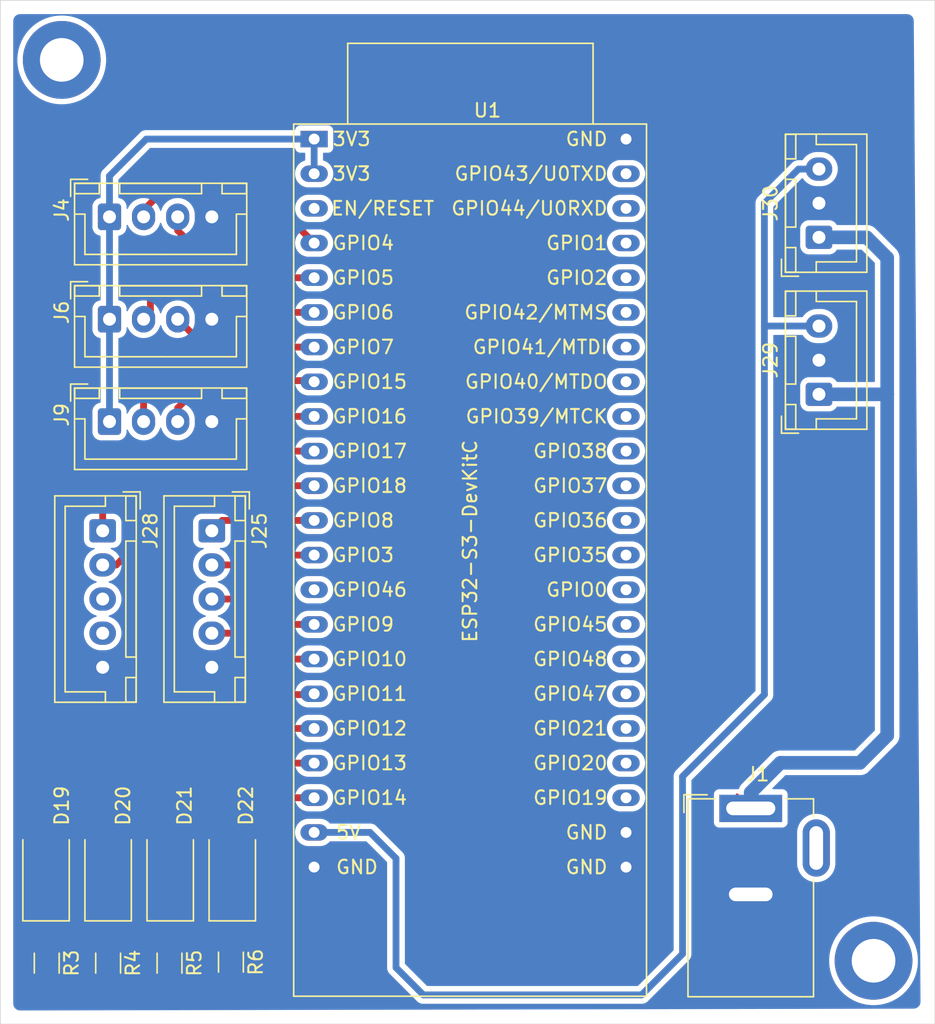
<source format=kicad_pcb>
(kicad_pcb (version 20241229) (generator "pcbnew") (generator_version "9.0")
  (title_block (title "PCB del robot planar (PPP)") (date "13/03/25"))
  (layers (0 "F.Cu" signal) (2 "B.Cu" signal) (13 "F.Paste" user) (15 "B.Paste" user) (5 "F.SilkS" user "F.Silkscreen") (7 "B.SilkS" user "B.Silkscreen") (1 "F.Mask" user) (3 "B.Mask" user) (25 "Edge.Cuts" user))
  (net 0 "")
  (net 1 "Net-(D19-K)")
  (net 2 "L_ENC_1")
  (net 3 "Net-(D20-K)")
  (net 4 "L_ENC_2")
  (net 5 "L_ENC_3")
  (net 6 "Net-(D21-K)")
  (net 7 "Net-(D22-K)")
  (net 8 "L_ROS")
  (net 9 "Earth")
  (net 10 "+12V")
  (net 11 "PH_A01")
  (net 12 "+3.3V")
  (net 13 "PH_B01")
  (net 14 "PH_B02")
  (net 15 "PH_A02")
  (net 16 "PH_B03")
  (net 17 "PH_A03")
  (net 18 "DRVI101")
  (net 19 "DRVI301")
  (net 20 "DRVI401")
  (net 21 "DRVI201")
  (net 22 "DRVI102")
  (net 23 "DRVI202")
  (net 24 "DRVI302")
  (net 25 "DRVI402")
  (net 26 "+5V")
  (footprint "Connector_JST:JST_XH_B5B-XH-A_1x05_P2.50mm_Vertical" (layer "F.Cu") (at 29.5 53 -90)
    (property "Reference" "J25" (at 0 -3.5 90) (layer "F.SilkS"))
    (property "Value" "Conn_01x05")
    (fp_line (start -2.56 3.51) (end 12.56 3.51) (stroke (width 0.12)) (layer "F.SilkS"))
    (fp_line (start 12.56 3.51) (end 12.56 -2.46) (stroke (width 0.12)) (layer "F.SilkS"))
    (fp_line (start -1.8 2.75) (end 5 2.75) (stroke (width 0.12)) (layer "F.SilkS"))
    (fp_line (start 11.8 2.75) (end 5 2.75) (stroke (width 0.12)) (layer "F.SilkS"))
    (fp_line (start -2.55 -0.2) (end -1.8 -0.2) (stroke (width 0.12)) (layer "F.SilkS"))
    (fp_line (start -1.8 -0.2) (end -1.8 2.75) (stroke (width 0.12)) (layer "F.SilkS"))
    (fp_line (start 11.8 -0.2) (end 11.8 2.75) (stroke (width 0.12)) (layer "F.SilkS"))
    (fp_line (start 12.55 -0.2) (end 11.8 -0.2) (stroke (width 0.12)) (layer "F.SilkS"))
    (fp_line (start -2.55 -1.7) (end -0.75 -1.7) (stroke (width 0.12)) (layer "F.SilkS"))
    (fp_line (start -0.75 -1.7) (end -0.75 -2.45) (stroke (width 0.12)) (layer "F.SilkS"))
    (fp_line (start 0.75 -1.7) (end 9.25 -1.7) (stroke (width 0.12)) (layer "F.SilkS"))
    (fp_line (start 9.25 -1.7) (end 9.25 -2.45) (stroke (width 0.12)) (layer "F.SilkS"))
    (fp_line (start 10.75 -1.7) (end 12.55 -1.7) (stroke (width 0.12)) (layer "F.SilkS"))
    (fp_line (start 12.55 -1.7) (end 12.55 -2.45) (stroke (width 0.12)) (layer "F.SilkS"))
    (fp_line (start -2.55 -2.45) (end -2.55 -1.7) (stroke (width 0.12)) (layer "F.SilkS"))
    (fp_line (start -0.75 -2.45) (end -2.55 -2.45) (stroke (width 0.12)) (layer "F.SilkS"))
    (fp_line (start 0.75 -2.45) (end 0.75 -1.7) (stroke (width 0.12)) (layer "F.SilkS"))
    (fp_line (start 9.25 -2.45) (end 0.75 -2.45) (stroke (width 0.12)) (layer "F.SilkS"))
    (fp_line (start 10.75 -2.45) (end 10.75 -1.7) (stroke (width 0.12)) (layer "F.SilkS"))
    (fp_line (start 12.55 -2.45) (end 10.75 -2.45) (stroke (width 0.12)) (layer "F.SilkS"))
    (fp_line (start -2.56 -2.46) (end -2.56 3.51) (stroke (width 0.12)) (layer "F.SilkS"))
    (fp_line (start 12.56 -2.46) (end -2.56 -2.46) (stroke (width 0.12)) (layer "F.SilkS"))
    (fp_line (start -2.85 -2.75) (end -2.85 -1.5) (stroke (width 0.12)) (layer "F.SilkS"))
    (fp_line (start -1.6 -2.75) (end -2.85 -2.75) (stroke (width 0.12)) (layer "F.SilkS"))
    (pad "1" thru_hole roundrect (at 0 0 270) (size 1.7 1.95) (drill 0.95) (layers "*.Cu" "*.Mask") (roundrect_rratio 0.147059) (net 18 "DRVI101"))
    (pad "2" thru_hole oval (at 2.5 0 270) (size 1.7 1.95) (drill 0.95) (layers "*.Cu" "*.Mask") (net 21 "DRVI201"))
    (pad "3" thru_hole oval (at 5 0 270) (size 1.7 1.95) (drill 0.95) (layers "*.Cu" "*.Mask") (net 19 "DRVI301"))
    (pad "4" thru_hole oval (at 7.5 0 270) (size 1.7 1.95) (drill 0.95) (layers "*.Cu" "*.Mask") (net 20 "DRVI401"))
    (pad "5" thru_hole oval (at 10 0 270) (size 1.7 1.95) (drill 0.95) (layers "*.Cu" "*.Mask") (net 9 "Earth"))
  )
  (footprint "LED_SMD:LED_Yuji_5730" (layer "F.Cu") (at 17.35 77.98728 90)
    (property "Reference" "D19" (at 4.85 1.15 90) (layer "F.SilkS"))
    (property "Value" "LED")
    (fp_line (start -3.59 -1.7) (end 2.35 -1.7) (stroke (width 0.12)) (layer "F.SilkS"))
    (fp_line (start 2.35 1.7) (end -3.59 1.7) (stroke (width 0.12)) (layer "F.SilkS"))
    (fp_line (start -3.59 1.7) (end -3.59 -1.7) (stroke (width 0.12)) (layer "F.SilkS"))
    (pad "1" smd rect (at -2.85 0 90) (size 1.1 1.7) (layers "F.Cu" "F.Mask" "F.Paste") (net 1 "Net-(D19-K)"))
    (pad "2" smd rect (at 0.35 0 90) (size 2.5 1.7) (layers "F.Cu" "F.Mask" "F.Paste") (net 2 "L_ENC_1"))
    (pad "2" smd rect (at 2.85 0 90) (size 1.1 1.7) (layers "F.Cu" "F.Mask" "F.Paste") (net 2 "L_ENC_1"))
  )
  (footprint "Connector_JST:JST_XH_B3B-XH-A_1x03_P2.50mm_Vertical" (layer "F.Cu") (at 74 31.5 90)
    (property "Reference" "J30" (at 2.5 -3.55 90) (layer "F.SilkS"))
    (property "Value" "Screw_Terminal_01x03" (hide yes))
    (fp_line (start -1.6 -2.75) (end -2.85 -2.75) (stroke (width 0.12)) (layer "F.SilkS"))
    (fp_line (start -2.85 -2.75) (end -2.85 -1.5) (stroke (width 0.12)) (layer "F.SilkS"))
    (fp_line (start 7.56 -2.46) (end -2.56 -2.46) (stroke (width 0.12)) (layer "F.SilkS"))
    (fp_line (start -2.56 -2.46) (end -2.56 3.51) (stroke (width 0.12)) (layer "F.SilkS"))
    (fp_line (start 7.55 -2.45) (end 5.75 -2.45) (stroke (width 0.12)) (layer "F.SilkS"))
    (fp_line (start 5.75 -2.45) (end 5.75 -1.7) (stroke (width 0.12)) (layer "F.SilkS"))
    (fp_line (start 4.25 -2.45) (end 0.75 -2.45) (stroke (width 0.12)) (layer "F.SilkS"))
    (fp_line (start 0.75 -2.45) (end 0.75 -1.7) (stroke (width 0.12)) (layer "F.SilkS"))
    (fp_line (start -0.75 -2.45) (end -2.55 -2.45) (stroke (width 0.12)) (layer "F.SilkS"))
    (fp_line (start -2.55 -2.45) (end -2.55 -1.7) (stroke (width 0.12)) (layer "F.SilkS"))
    (fp_line (start 7.55 -1.7) (end 7.55 -2.45) (stroke (width 0.12)) (layer "F.SilkS"))
    (fp_line (start 5.75 -1.7) (end 7.55 -1.7) (stroke (width 0.12)) (layer "F.SilkS"))
    (fp_line (start 4.25 -1.7) (end 4.25 -2.45) (stroke (width 0.12)) (layer "F.SilkS"))
    (fp_line (start 0.75 -1.7) (end 4.25 -1.7) (stroke (width 0.12)) (layer "F.SilkS"))
    (fp_line (start -0.75 -1.7) (end -0.75 -2.45) (stroke (width 0.12)) (layer "F.SilkS"))
    (fp_line (start -2.55 -1.7) (end -0.75 -1.7) (stroke (width 0.12)) (layer "F.SilkS"))
    (fp_line (start 7.55 -0.2) (end 6.8 -0.2) (stroke (width 0.12)) (layer "F.SilkS"))
    (fp_line (start 6.8 -0.2) (end 6.8 2.75) (stroke (width 0.12)) (layer "F.SilkS"))
    (fp_line (start -1.8 -0.2) (end -1.8 2.75) (stroke (width 0.12)) (layer "F.SilkS"))
    (fp_line (start -2.55 -0.2) (end -1.8 -0.2) (stroke (width 0.12)) (layer "F.SilkS"))
    (fp_line (start 6.8 2.75) (end 2.5 2.75) (stroke (width 0.12)) (layer "F.SilkS"))
    (fp_line (start -1.8 2.75) (end 2.5 2.75) (stroke (width 0.12)) (layer "F.SilkS"))
    (fp_line (start 7.56 3.51) (end 7.56 -2.46) (stroke (width 0.12)) (layer "F.SilkS"))
    (fp_line (start -2.56 3.51) (end 7.56 3.51) (stroke (width 0.12)) (layer "F.SilkS"))
    (pad "1" thru_hole roundrect (at 0 0 90) (size 1.7 1.95) (drill 0.95) (layers "*.Cu" "*.Mask") (roundrect_rratio 0.147059) (net 10 "+12V"))
    (pad "2" thru_hole oval (at 2.5 0 90) (size 1.7 1.95) (drill 0.95) (layers "*.Cu" "*.Mask") (net 9 "Earth"))
    (pad "3" thru_hole oval (at 5 0 90) (size 1.7 1.95) (drill 0.95) (layers "*.Cu" "*.Mask") (net 26 "+5V"))
  )
  (footprint "Resistor_SMD:R_1206_3216Metric" (layer "F.Cu") (at 30.9 84.59978 -90)
    (property "Reference" "R6" (at 0 -1.82 90) (layer "F.SilkS"))
    (property "Value" "220")
    (fp_line (start -0.727064 0.91) (end 0.727064 0.91) (stroke (width 0.12)) (layer "F.SilkS"))
    (fp_line (start -0.727064 -0.91) (end 0.727064 -0.91) (stroke (width 0.12)) (layer "F.SilkS"))
    (pad "1" smd roundrect (at -1.4625 0 270) (size 1.125 1.75) (layers "F.Cu" "F.Mask" "F.Paste") (roundrect_rratio 0.222222) (net 7 "Net-(D22-K)"))
    (pad "2" smd roundrect (at 1.4625 0 270) (size 1.125 1.75) (layers "F.Cu" "F.Mask" "F.Paste") (roundrect_rratio 0.222222) (net 9 "Earth"))
  )
  (footprint "LED_SMD:LED_Yuji_5730" (layer "F.Cu") (at 26.45 77.98728 90)
    (property "Reference" "D21" (at 4.85 1.05 90) (layer "F.SilkS"))
    (property "Value" "LED")
    (fp_line (start -3.59 -1.7) (end 2.35 -1.7) (stroke (width 0.12)) (layer "F.SilkS"))
    (fp_line (start 2.35 1.7) (end -3.59 1.7) (stroke (width 0.12)) (layer "F.SilkS"))
    (fp_line (start -3.59 1.7) (end -3.59 -1.7) (stroke (width 0.12)) (layer "F.SilkS"))
    (pad "1" smd rect (at -2.85 0 90) (size 1.1 1.7) (layers "F.Cu" "F.Mask" "F.Paste") (net 6 "Net-(D21-K)"))
    (pad "2" smd rect (at 0.35 0 90) (size 2.5 1.7) (layers "F.Cu" "F.Mask" "F.Paste") (net 5 "L_ENC_3"))
    (pad "2" smd rect (at 2.85 0 90) (size 1.1 1.7) (layers "F.Cu" "F.Mask" "F.Paste") (net 5 "L_ENC_3"))
  )
  (footprint "Connector_JST:JST_XH_B4B-XH-A_1x04_P2.50mm_Vertical" (layer "F.Cu") (at 22 30)
    (property "Reference" "J4" (at -3.5 -0.5 90) (layer "F.SilkS"))
    (property "Value" "ENC01")
    (fp_line (start -2.85 -2.75) (end -2.85 -1.5) (stroke (width 0.12)) (layer "F.SilkS"))
    (fp_line (start -2.56 -2.46) (end -2.56 3.51) (stroke (width 0.12)) (layer "F.SilkS"))
    (fp_line (start -2.56 3.51) (end 10.06 3.51) (stroke (width 0.12)) (layer "F.SilkS"))
    (fp_line (start -2.55 -2.45) (end -2.55 -1.7) (stroke (width 0.12)) (layer "F.SilkS"))
    (fp_line (start -2.55 -1.7) (end -0.75 -1.7) (stroke (width 0.12)) (layer "F.SilkS"))
    (fp_line (start -2.55 -0.2) (end -1.8 -0.2) (stroke (width 0.12)) (layer "F.SilkS"))
    (fp_line (start -1.8 -0.2) (end -1.8 2.75) (stroke (width 0.12)) (layer "F.SilkS"))
    (fp_line (start -1.8 2.75) (end 3.75 2.75) (stroke (width 0.12)) (layer "F.SilkS"))
    (fp_line (start -1.6 -2.75) (end -2.85 -2.75) (stroke (width 0.12)) (layer "F.SilkS"))
    (fp_line (start -0.75 -2.45) (end -2.55 -2.45) (stroke (width 0.12)) (layer "F.SilkS"))
    (fp_line (start -0.75 -1.7) (end -0.75 -2.45) (stroke (width 0.12)) (layer "F.SilkS"))
    (fp_line (start 0.75 -2.45) (end 0.75 -1.7) (stroke (width 0.12)) (layer "F.SilkS"))
    (fp_line (start 0.75 -1.7) (end 6.75 -1.7) (stroke (width 0.12)) (layer "F.SilkS"))
    (fp_line (start 6.75 -2.45) (end 0.75 -2.45) (stroke (width 0.12)) (layer "F.SilkS"))
    (fp_line (start 6.75 -1.7) (end 6.75 -2.45) (stroke (width 0.12)) (layer "F.SilkS"))
    (fp_line (start 8.25 -2.45) (end 8.25 -1.7) (stroke (width 0.12)) (layer "F.SilkS"))
    (fp_line (start 8.25 -1.7) (end 10.05 -1.7) (stroke (width 0.12)) (layer "F.SilkS"))
    (fp_line (start 9.3 -0.2) (end 9.3 2.75) (stroke (width 0.12)) (layer "F.SilkS"))
    (fp_line (start 9.3 2.75) (end 3.75 2.75) (stroke (width 0.12)) (layer "F.SilkS"))
    (fp_line (start 10.05 -2.45) (end 8.25 -2.45) (stroke (width 0.12)) (layer "F.SilkS"))
    (fp_line (start 10.05 -1.7) (end 10.05 -2.45) (stroke (width 0.12)) (layer "F.SilkS"))
    (fp_line (start 10.05 -0.2) (end 9.3 -0.2) (stroke (width 0.12)) (layer "F.SilkS"))
    (fp_line (start 10.06 -2.46) (end -2.56 -2.46) (stroke (width 0.12)) (layer "F.SilkS"))
    (fp_line (start 10.06 3.51) (end 10.06 -2.46) (stroke (width 0.12)) (layer "F.SilkS"))
    (pad "1" thru_hole roundrect (at 0 0) (size 1.7 1.95) (drill 0.95) (layers "*.Cu" "*.Mask") (roundrect_rratio 0.147059) (net 12 "+3.3V"))
    (pad "2" thru_hole oval (at 2.5 0) (size 1.7 1.95) (drill 0.95) (layers "*.Cu" "*.Mask") (net 11 "PH_A01"))
    (pad "3" thru_hole oval (at 5 0) (size 1.7 1.95) (drill 0.95) (layers "*.Cu" "*.Mask") (net 13 "PH_B01"))
    (pad "4" thru_hole oval (at 7.5 0) (size 1.7 1.95) (drill 0.95) (layers "*.Cu" "*.Mask") (net 9 "Earth"))
  )
  (footprint "Connector_JST:JST_XH_B4B-XH-A_1x04_P2.50mm_Vertical" (layer "F.Cu") (at 22 45)
    (property "Reference" "J9" (at -3.5 -0.5 90) (layer "F.SilkS"))
    (property "Value" "ENC03")
    (fp_line (start -2.85 -2.75) (end -2.85 -1.5) (stroke (width 0.12)) (layer "F.SilkS"))
    (fp_line (start -2.56 -2.46) (end -2.56 3.51) (stroke (width 0.12)) (layer "F.SilkS"))
    (fp_line (start -2.56 3.51) (end 10.06 3.51) (stroke (width 0.12)) (layer "F.SilkS"))
    (fp_line (start -2.55 -2.45) (end -2.55 -1.7) (stroke (width 0.12)) (layer "F.SilkS"))
    (fp_line (start -2.55 -1.7) (end -0.75 -1.7) (stroke (width 0.12)) (layer "F.SilkS"))
    (fp_line (start -2.55 -0.2) (end -1.8 -0.2) (stroke (width 0.12)) (layer "F.SilkS"))
    (fp_line (start -1.8 -0.2) (end -1.8 2.75) (stroke (width 0.12)) (layer "F.SilkS"))
    (fp_line (start -1.8 2.75) (end 3.75 2.75) (stroke (width 0.12)) (layer "F.SilkS"))
    (fp_line (start -1.6 -2.75) (end -2.85 -2.75) (stroke (width 0.12)) (layer "F.SilkS"))
    (fp_line (start -0.75 -2.45) (end -2.55 -2.45) (stroke (width 0.12)) (layer "F.SilkS"))
    (fp_line (start -0.75 -1.7) (end -0.75 -2.45) (stroke (width 0.12)) (layer "F.SilkS"))
    (fp_line (start 0.75 -2.45) (end 0.75 -1.7) (stroke (width 0.12)) (layer "F.SilkS"))
    (fp_line (start 0.75 -1.7) (end 6.75 -1.7) (stroke (width 0.12)) (layer "F.SilkS"))
    (fp_line (start 6.75 -2.45) (end 0.75 -2.45) (stroke (width 0.12)) (layer "F.SilkS"))
    (fp_line (start 6.75 -1.7) (end 6.75 -2.45) (stroke (width 0.12)) (layer "F.SilkS"))
    (fp_line (start 8.25 -2.45) (end 8.25 -1.7) (stroke (width 0.12)) (layer "F.SilkS"))
    (fp_line (start 8.25 -1.7) (end 10.05 -1.7) (stroke (width 0.12)) (layer "F.SilkS"))
    (fp_line (start 9.3 -0.2) (end 9.3 2.75) (stroke (width 0.12)) (layer "F.SilkS"))
    (fp_line (start 9.3 2.75) (end 3.75 2.75) (stroke (width 0.12)) (layer "F.SilkS"))
    (fp_line (start 10.05 -2.45) (end 8.25 -2.45) (stroke (width 0.12)) (layer "F.SilkS"))
    (fp_line (start 10.05 -1.7) (end 10.05 -2.45) (stroke (width 0.12)) (layer "F.SilkS"))
    (fp_line (start 10.05 -0.2) (end 9.3 -0.2) (stroke (width 0.12)) (layer "F.SilkS"))
    (fp_line (start 10.06 -2.46) (end -2.56 -2.46) (stroke (width 0.12)) (layer "F.SilkS"))
    (fp_line (start 10.06 3.51) (end 10.06 -2.46) (stroke (width 0.12)) (layer "F.SilkS"))
    (pad "1" thru_hole roundrect (at 0 0) (size 1.7 1.95) (drill 0.95) (layers "*.Cu" "*.Mask") (roundrect_rratio 0.147059) (net 12 "+3.3V"))
    (pad "2" thru_hole oval (at 2.5 0) (size 1.7 1.95) (drill 0.95) (layers "*.Cu" "*.Mask") (net 17 "PH_A03"))
    (pad "3" thru_hole oval (at 5 0) (size 1.7 1.95) (drill 0.95) (layers "*.Cu" "*.Mask") (net 16 "PH_B03"))
    (pad "4" thru_hole oval (at 7.5 0) (size 1.7 1.95) (drill 0.95) (layers "*.Cu" "*.Mask") (net 9 "Earth"))
  )
  (footprint "Resistor_SMD:R_1206_3216Metric" (layer "F.Cu") (at 21.9 84.67478 -90)
    (property "Reference" "R4" (at 0 -1.82 90) (layer "F.SilkS"))
    (property "Value" "220")
    (fp_line (start -0.727064 0.91) (end 0.727064 0.91) (stroke (width 0.12)) (layer "F.SilkS"))
    (fp_line (start -0.727064 -0.91) (end 0.727064 -0.91) (stroke (width 0.12)) (layer "F.SilkS"))
    (pad "1" smd roundrect (at -1.4625 0 270) (size 1.125 1.75) (layers "F.Cu" "F.Mask" "F.Paste") (roundrect_rratio 0.222222) (net 3 "Net-(D20-K)"))
    (pad "2" smd roundrect (at 1.4625 0 270) (size 1.125 1.75) (layers "F.Cu" "F.Mask" "F.Paste") (roundrect_rratio 0.222222) (net 9 "Earth"))
  )
  (footprint "LED_SMD:LED_Yuji_5730" (layer "F.Cu") (at 21.9 77.98728 90)
    (property "Reference" "D20" (at 4.85 1.1 90) (layer "F.SilkS"))
    (property "Value" "LED")
    (fp_line (start -3.59 -1.7) (end 2.35 -1.7) (stroke (width 0.12)) (layer "F.SilkS"))
    (fp_line (start 2.35 1.7) (end -3.59 1.7) (stroke (width 0.12)) (layer "F.SilkS"))
    (fp_line (start -3.59 1.7) (end -3.59 -1.7) (stroke (width 0.12)) (layer "F.SilkS"))
    (pad "1" smd rect (at -2.85 0 90) (size 1.1 1.7) (layers "F.Cu" "F.Mask" "F.Paste") (net 3 "Net-(D20-K)"))
    (pad "2" smd rect (at 0.35 0 90) (size 2.5 1.7) (layers "F.Cu" "F.Mask" "F.Paste") (net 4 "L_ENC_2"))
    (pad "2" smd rect (at 2.85 0 90) (size 1.1 1.7) (layers "F.Cu" "F.Mask" "F.Paste") (net 4 "L_ENC_2"))
  )
  (footprint "Connector_BarrelJack:BarrelJack_GCT_DCJ200-10-A_Horizontal" (layer "F.Cu") (at 69 73.33728)
    (property "Reference" "J1" (at 0.5 -2.5 0) (layer "F.SilkS"))
    (property "Value" "POWER SUPLY")
    (fp_line (start -4.9 -1) (end -4.9 0.3) (stroke (width 0.12)) (layer "F.SilkS"))
    (fp_line (start -4.6 -0.7) (end -2.6 -0.7) (stroke (width 0.12)) (layer "F.SilkS"))
    (fp_line (start -4.6 13.8) (end -4.6 -0.7) (stroke (width 0.12)) (layer "F.SilkS"))
    (fp_line (start -3.2 -1) (end -4.9 -1) (stroke (width 0.12)) (layer "F.SilkS"))
    (fp_line (start 2.6 -0.7) (end 4.6 -0.7) (stroke (width 0.12)) (layer "F.SilkS"))
    (fp_line (start 4.6 -0.7) (end 4.6 0.6) (stroke (width 0.12)) (layer "F.SilkS"))
    (fp_line (start 4.6 5.2) (end 4.6 13.8) (stroke (width 0.12)) (layer "F.SilkS"))
    (fp_line (start 4.6 13.8) (end -4.6 13.8) (stroke (width 0.12)) (layer "F.SilkS"))
    (pad "1" thru_hole rect (at 0 0) (size 4.6 2) (drill oval 3.6 1) (layers "*.Cu" "*.Mask") (net 10 "+12V"))
    (pad "2" thru_hole oval (at 0 6.3) (size 4.2 2) (drill oval 3.2 1) (layers "*.Cu" "*.Mask") (net 9 "Earth"))
    (pad "3" thru_hole oval (at 4.8 2.9) (size 2 4.2) (drill oval 1 3.2) (layers "*.Cu" "*.Mask"))
  )
  (footprint "PCM_Espressif:ESP32-S3-DevKitC" (layer "F.Cu") (at 37 24.3)
    (property "Reference" "U1" (at 12.7 -2.1 0) (layer "F.SilkS"))
    (property "Value" "ESP32-S3-DevKitC" (at 11.42632 29.46128 90) (layer "F.SilkS"))
    (fp_line (start -1.5 62.79728) (end 24.359999 62.79728) (stroke (width 0.12)) (layer "F.SilkS"))
    (fp_line (start -1.499999 -1.1) (end -1.5 62.79728) (stroke (width 0.12)) (layer "F.SilkS"))
    (fp_line (start 2.46012 -7.01312) (end 20.44332 -7.01312) (stroke (width 0.12)) (layer "F.SilkS"))
    (fp_line (start 2.46012 -1.12032) (end 2.46012 -7.01312) (stroke (width 0.12)) (layer "F.SilkS"))
    (fp_line (start 20.44332 -7.01312) (end 20.44332 -1.12032) (stroke (width 0.12)) (layer "F.SilkS"))
    (fp_line (start 24.359999 62.79728) (end 24.36 -1.1) (stroke (width 0.12)) (layer "F.SilkS"))
    (fp_line (start 24.36 -1.1) (end -1.499999 -1.1) (stroke (width 0.12)) (layer "F.SilkS"))
    (fp_text user "GPIO16" (at 1.27 20.32 0) (layer "F.SilkS") (effects (justify left)))
    (fp_text user "GPIO13" (at 1.27 45.72 0) (layer "F.SilkS") (effects (justify left)))
    (fp_text user "GPIO5" (at 1.27 10.16 0) (layer "F.SilkS") (effects (justify left)))
    (fp_text user "3V3" (at 1.27 2.54 0) (layer "F.SilkS") (effects (justify left)))
    (fp_text user "GPIO40/MTDO" (at 21.59 17.78 0) (layer "F.SilkS") (effects (justify right)))
    (fp_text user "GPIO3" (at 1.27 30.48 0) (layer "F.SilkS") (effects (justify left)))
    (fp_text user "GPIO2" (at 21.59 10.16 0) (layer "F.SilkS") (effects (justify right)))
    (fp_text user "GND" (at 21.59 53.34 0) (layer "F.SilkS") (effects (justify right)))
    (fp_text user "GPIO11" (at 1.27 40.64 0) (layer "F.SilkS") (effects (justify left)))
    (fp_text user "GPIO46" (at 1.27 33.02 0) (layer "F.SilkS") (effects (justify left)))
    (fp_text user "GND" (at 1.52032 53.33728 0) (layer "F.SilkS") (effects (justify left)))
    (fp_text user "GPIO36" (at 21.59 27.94 0) (layer "F.SilkS") (effects (justify right)))
    (fp_text user "GPIO45" (at 21.59 35.56 0) (layer "F.SilkS") (effects (justify right)))
    (fp_text user "GPIO8" (at 1.27 27.94 0) (layer "F.SilkS") (effects (justify left)))
    (fp_text user "GND" (at 21.59 0 0) (layer "F.SilkS") (effects (justify right)))
    (fp_text user "GPIO12" (at 1.27 43.18 0) (layer "F.SilkS") (effects (justify left)))
    (fp_text user "GPIO19" (at 21.59 48.26 0) (layer "F.SilkS") (effects (justify right)))
    (fp_text user "3V3" (at 1.27 0 0) (layer "F.SilkS") (effects (justify left)))
    (fp_text user "GPIO21" (at 21.59 43.18 0) (layer "F.SilkS") (effects (justify right)))
    (fp_text user "GPIO20" (at 21.59 45.72 0) (layer "F.SilkS") (effects (justify right)))
    (fp_text user "5V" (at 1.52032 50.79728 0) (layer "F.SilkS") (effects (justify left)))
    (fp_text user "GPIO17" (at 1.27 22.86 0) (layer "F.SilkS") (effects (justify left)))
    (fp_text user "GPIO38" (at 21.59 22.86 0) (layer "F.SilkS") (effects (justify right)))
    (fp_text user "GPIO39/MTCK" (at 21.59 20.32 0) (layer "F.SilkS") (effects (justify right)))
    (fp_text user "GPIO15" (at 1.27 17.78 0) (layer "F.SilkS") (effects (justify left)))
    (fp_text user "GPIO18" (at 1.27 25.4 0) (layer "F.SilkS") (effects (justify left)))
    (fp_text user "GPIO1" (at 21.59 7.62 0) (layer "F.SilkS") (effects (justify right)))
    (fp_text user "GPIO42/MTMS" (at 21.59 12.7 0) (layer "F.SilkS") (effects (justify right)))
    (fp_text user "GPIO47" (at 21.59 40.64 0) (layer "F.SilkS") (effects (justify right)))
    (fp_text user "GPIO7" (at 1.27 15.24 0) (layer "F.SilkS") (effects (justify left)))
    (fp_text user "EN/RESET" (at 8.88632 5.07728 0) (layer "F.SilkS") (effects (justify right)))
    (fp_text user "GPIO9" (at 1.27 35.56 0) (layer "F.SilkS") (effects (justify left)))
    (fp_text user "GPIO44/U0RXD" (at 21.59 5.08 0) (layer "F.SilkS") (effects (justify right)))
    (fp_text user "GPIO37" (at 21.59 25.4 0) (layer "F.SilkS") (effects (justify right)))
    (fp_text user "GPIO4" (at 1.27 7.62 0) (layer "F.SilkS") (effects (justify left)))
    (fp_text user "GPIO35" (at 21.59 30.48 0) (layer "F.SilkS") (effects (justify right)))
    (fp_text user "GPIO14" (at 1.27 48.26 0) (layer "F.SilkS") (effects (justify left)))
    (fp_text user "GPIO10" (at 1.27 38.1 0) (layer "F.SilkS") (effects (justify left)))
    (fp_text user "GPIO6" (at 1.27 12.7 0) (layer "F.SilkS") (effects (justify left)))
    (fp_text user "GPIO48" (at 21.59 38.1 0) (layer "F.SilkS") (effects (justify right)))
    (fp_text user "GPIO41/MTDI" (at 21.59 15.24 0) (layer "F.SilkS") (effects (justify right)))
    (fp_text user "GPIO0" (at 21.59 33.02 0) (layer "F.SilkS") (effects (justify right)))
    (fp_text user "GND" (at 21.59 50.8 0) (layer "F.SilkS") (effects (justify right)))
    (fp_text user "GPIO43/U0TXD" (at 21.59 2.54 0) (layer "F.SilkS") (effects (justify right)))
    (pad "1" thru_hole rect (at 0 0 270) (size 1.2 2) (drill 0.8) (layers "*.Cu" "*.Mask") (net 12 "+3.3V"))
    (pad "2" thru_hole oval (at 0 2.54 270) (size 1.2 2) (drill 0.8) (layers "*.Cu" "*.Mask") (net 12 "+3.3V"))
    (pad "3" thru_hole oval (at 0 5.08 270) (size 1.2 2) (drill 0.8) (layers "*.Cu" "*.Mask"))
    (pad "4" thru_hole oval (at 0 7.62 270) (size 1.2 2) (drill 0.8) (layers "*.Cu" "*.Mask") (net 11 "PH_A01"))
    (pad "5" thru_hole oval (at 0 10.16 270) (size 1.2 2) (drill 0.8) (layers "*.Cu" "*.Mask") (net 13 "PH_B01"))
    (pad "6" thru_hole oval (at 0 12.7 270) (size 1.2 2) (drill 0.8) (layers "*.Cu" "*.Mask") (net 15 "PH_A02"))
    (pad "7" thru_hole oval (at 0 15.24 270) (size 1.2 2) (drill 0.8) (layers "*.Cu" "*.Mask") (net 14 "PH_B02"))
    (pad "8" thru_hole oval (at 0 17.78 270) (size 1.2 2) (drill 0.8) (layers "*.Cu" "*.Mask") (net 17 "PH_A03"))
    (pad "9" thru_hole oval (at 0 20.32 270) (size 1.2 2) (drill 0.8) (layers "*.Cu" "*.Mask") (net 16 "PH_B03"))
    (pad "10" thru_hole oval (at 0 22.86 270) (size 1.2 2) (drill 0.8) (layers "*.Cu" "*.Mask") (net 22 "DRVI102"))
    (pad "11" thru_hole oval (at 0 25.4 270) (size 1.2 2) (drill 0.8) (layers "*.Cu" "*.Mask") (net 23 "DRVI202"))
    (pad "12" thru_hole oval (at 0 27.94 270) (size 1.2 2) (drill 0.8) (layers "*.Cu" "*.Mask") (net 18 "DRVI101"))
    (pad "13" thru_hole oval (at 0 30.48 270) (size 1.2 2) (drill 0.8) (layers "*.Cu" "*.Mask") (net 21 "DRVI201"))
    (pad "14" thru_hole oval (at 0 33.02 270) (size 1.2 2) (drill 0.8) (layers "*.Cu" "*.Mask"))
    (pad "15" thru_hole oval (at 0 35.56 270) (size 1.2 2) (drill 0.8) (layers "*.Cu" "*.Mask") (net 19 "DRVI301"))
    (pad "16" thru_hole oval (at 0 38.1 270) (size 1.2 2) (drill 0.8) (layers "*.Cu" "*.Mask") (net 20 "DRVI401"))
    (pad "17" thru_hole oval (at 0 40.64 270) (size 1.2 2) (drill 0.8) (layers "*.Cu" "*.Mask") (net 2 "L_ENC_1"))
    (pad "18" thru_hole oval (at 0 43.18 270) (size 1.2 2) (drill 0.8) (layers "*.Cu" "*.Mask") (net 4 "L_ENC_2"))
    (pad "19" thru_hole oval (at 0 45.72 270) (size 1.2 2) (drill 0.8) (layers "*.Cu" "*.Mask") (net 5 "L_ENC_3"))
    (pad "20" thru_hole oval (at -0.00368 48.25728 270) (size 1.2 2) (drill 0.8) (layers "*.Cu" "*.Mask") (net 8 "L_ROS"))
    (pad "21" thru_hole oval (at -0.00368 50.79728 270) (size 1.2 2) (drill 0.8) (layers "*.Cu" "*.Mask") (net 26 "+5V"))
    (pad "22" thru_hole oval (at -0.00368 53.33728 270) (size 1.2 2) (drill 0.8) (layers "*.Cu" "*.Mask") (net 9 "Earth"))
    (pad "23" thru_hole oval (at 22.86 53.34 270) (size 1.2 2) (drill 0.8) (layers "*.Cu" "*.Mask") (net 9 "Earth"))
    (pad "24" thru_hole oval (at 22.86 50.8 270) (size 1.2 2) (drill 0.8) (layers "*.Cu" "*.Mask") (net 9 "Earth"))
    (pad "25" thru_hole oval (at 22.86 48.26 270) (size 1.2 2) (drill 0.8) (layers "*.Cu" "*.Mask"))
    (pad "26" thru_hole oval (at 22.86 45.72 270) (size 1.2 2) (drill 0.8) (layers "*.Cu" "*.Mask"))
    (pad "27" thru_hole oval (at 22.86 43.18 270) (size 1.2 2) (drill 0.8) (layers "*.Cu" "*.Mask"))
    (pad "28" thru_hole oval (at 22.86 40.64 270) (size 1.2 2) (drill 0.8) (layers "*.Cu" "*.Mask"))
    (pad "29" thru_hole oval (at 22.86 38.1 270) (size 1.2 2) (drill 0.8) (layers "*.Cu" "*.Mask"))
    (pad "30" thru_hole oval (at 22.86 35.56 270) (size 1.2 2) (drill 0.8) (layers "*.Cu" "*.Mask"))
    (pad "31" thru_hole oval (at 22.86 33.02 270) (size 1.2 2) (drill 0.8) (layers "*.Cu" "*.Mask"))
    (pad "32" thru_hole oval (at 22.86 30.48 270) (size 1.2 2) (drill 0.8) (layers "*.Cu" "*.Mask"))
    (pad "33" thru_hole oval (at 22.86 27.94 270) (size 1.2 2) (drill 0.8) (layers "*.Cu" "*.Mask"))
    (pad "34" thru_hole oval (at 22.86 25.4 270) (size 1.2 2) (drill 0.8) (layers "*.Cu" "*.Mask"))
    (pad "35" thru_hole oval (at 22.86 22.86 270) (size 1.2 2) (drill 0.8) (layers "*.Cu" "*.Mask"))
    (pad "36" thru_hole oval (at 22.86 20.32 270) (size 1.2 2) (drill 0.8) (layers "*.Cu" "*.Mask"))
    (pad "37" thru_hole oval (at 22.86 17.78 270) (size 1.2 2) (drill 0.8) (layers "*.Cu" "*.Mask"))
    (pad "38" thru_hole oval (at 22.86 15.24 270) (size 1.2 2) (drill 0.8) (layers "*.Cu" "*.Mask"))
    (pad "39" thru_hole oval (at 22.86 12.7 270) (size 1.2 2) (drill 0.8) (layers "*.Cu" "*.Mask"))
    (pad "40" thru_hole oval (at 22.86 10.16 270) (size 1.2 2) (drill 0.8) (layers "*.Cu" "*.Mask"))
    (pad "41" thru_hole oval (at 22.86 7.62 270) (size 1.2 2) (drill 0.8) (layers "*.Cu" "*.Mask"))
    (pad "42" thru_hole oval (at 22.86 5.08 270) (size 1.2 2) (drill 0.8) (layers "*.Cu" "*.Mask"))
    (pad "43" thru_hole oval (at 22.86 2.54 270) (size 1.2 2) (drill 0.8) (layers "*.Cu" "*.Mask"))
    (pad "44" thru_hole oval (at 22.86 0 270) (size 1.2 2) (drill 0.8) (layers "*.Cu" "*.Mask") (net 9 "Earth"))
  )
  (footprint "Connector_JST:JST_XH_B3B-XH-A_1x03_P2.50mm_Vertical" (layer "F.Cu") (at 74 43 90)
    (property "Reference" "J29" (at 2.5 -3.55 90) (layer "F.SilkS"))
    (property "Value" "Screw_Terminal_01x03" (hide yes))
    (fp_line (start -1.6 -2.75) (end -2.85 -2.75) (stroke (width 0.12)) (layer "F.SilkS"))
    (fp_line (start -2.85 -2.75) (end -2.85 -1.5) (stroke (width 0.12)) (layer "F.SilkS"))
    (fp_line (start 7.56 -2.46) (end -2.56 -2.46) (stroke (width 0.12)) (layer "F.SilkS"))
    (fp_line (start -2.56 -2.46) (end -2.56 3.51) (stroke (width 0.12)) (layer "F.SilkS"))
    (fp_line (start 7.55 -2.45) (end 5.75 -2.45) (stroke (width 0.12)) (layer "F.SilkS"))
    (fp_line (start 5.75 -2.45) (end 5.75 -1.7) (stroke (width 0.12)) (layer "F.SilkS"))
    (fp_line (start 4.25 -2.45) (end 0.75 -2.45) (stroke (width 0.12)) (layer "F.SilkS"))
    (fp_line (start 0.75 -2.45) (end 0.75 -1.7) (stroke (width 0.12)) (layer "F.SilkS"))
    (fp_line (start -0.75 -2.45) (end -2.55 -2.45) (stroke (width 0.12)) (layer "F.SilkS"))
    (fp_line (start -2.55 -2.45) (end -2.55 -1.7) (stroke (width 0.12)) (layer "F.SilkS"))
    (fp_line (start 7.55 -1.7) (end 7.55 -2.45) (stroke (width 0.12)) (layer "F.SilkS"))
    (fp_line (start 5.75 -1.7) (end 7.55 -1.7) (stroke (width 0.12)) (layer "F.SilkS"))
    (fp_line (start 4.25 -1.7) (end 4.25 -2.45) (stroke (width 0.12)) (layer "F.SilkS"))
    (fp_line (start 0.75 -1.7) (end 4.25 -1.7) (stroke (width 0.12)) (layer "F.SilkS"))
    (fp_line (start -0.75 -1.7) (end -0.75 -2.45) (stroke (width 0.12)) (layer "F.SilkS"))
    (fp_line (start -2.55 -1.7) (end -0.75 -1.7) (stroke (width 0.12)) (layer "F.SilkS"))
    (fp_line (start 7.55 -0.2) (end 6.8 -0.2) (stroke (width 0.12)) (layer "F.SilkS"))
    (fp_line (start 6.8 -0.2) (end 6.8 2.75) (stroke (width 0.12)) (layer "F.SilkS"))
    (fp_line (start -1.8 -0.2) (end -1.8 2.75) (stroke (width 0.12)) (layer "F.SilkS"))
    (fp_line (start -2.55 -0.2) (end -1.8 -0.2) (stroke (width 0.12)) (layer "F.SilkS"))
    (fp_line (start 6.8 2.75) (end 2.5 2.75) (stroke (width 0.12)) (layer "F.SilkS"))
    (fp_line (start -1.8 2.75) (end 2.5 2.75) (stroke (width 0.12)) (layer "F.SilkS"))
    (fp_line (start 7.56 3.51) (end 7.56 -2.46) (stroke (width 0.12)) (layer "F.SilkS"))
    (fp_line (start -2.56 3.51) (end 7.56 3.51) (stroke (width 0.12)) (layer "F.SilkS"))
    (pad "1" thru_hole roundrect (at 0 0 90) (size 1.7 1.95) (drill 0.95) (layers "*.Cu" "*.Mask") (roundrect_rratio 0.147059) (net 10 "+12V"))
    (pad "2" thru_hole oval (at 2.5 0 90) (size 1.7 1.95) (drill 0.95) (layers "*.Cu" "*.Mask") (net 9 "Earth"))
    (pad "3" thru_hole oval (at 5 0 90) (size 1.7 1.95) (drill 0.95) (layers "*.Cu" "*.Mask") (net 26 "+5V"))
  )
  (footprint "Connector_JST:JST_XH_B4B-XH-A_1x04_P2.50mm_Vertical" (layer "F.Cu") (at 22 37.5)
    (property "Reference" "J6" (at -3.5 -0.5 90) (layer "F.SilkS"))
    (property "Value" "ENC02")
    (fp_line (start -2.85 -2.75) (end -2.85 -1.5) (stroke (width 0.12)) (layer "F.SilkS"))
    (fp_line (start -2.56 -2.46) (end -2.56 3.51) (stroke (width 0.12)) (layer "F.SilkS"))
    (fp_line (start -2.56 3.51) (end 10.06 3.51) (stroke (width 0.12)) (layer "F.SilkS"))
    (fp_line (start -2.55 -2.45) (end -2.55 -1.7) (stroke (width 0.12)) (layer "F.SilkS"))
    (fp_line (start -2.55 -1.7) (end -0.75 -1.7) (stroke (width 0.12)) (layer "F.SilkS"))
    (fp_line (start -2.55 -0.2) (end -1.8 -0.2) (stroke (width 0.12)) (layer "F.SilkS"))
    (fp_line (start -1.8 -0.2) (end -1.8 2.75) (stroke (width 0.12)) (layer "F.SilkS"))
    (fp_line (start -1.8 2.75) (end 3.75 2.75) (stroke (width 0.12)) (layer "F.SilkS"))
    (fp_line (start -1.6 -2.75) (end -2.85 -2.75) (stroke (width 0.12)) (layer "F.SilkS"))
    (fp_line (start -0.75 -2.45) (end -2.55 -2.45) (stroke (width 0.12)) (layer "F.SilkS"))
    (fp_line (start -0.75 -1.7) (end -0.75 -2.45) (stroke (width 0.12)) (layer "F.SilkS"))
    (fp_line (start 0.75 -2.45) (end 0.75 -1.7) (stroke (width 0.12)) (layer "F.SilkS"))
    (fp_line (start 0.75 -1.7) (end 6.75 -1.7) (stroke (width 0.12)) (layer "F.SilkS"))
    (fp_line (start 6.75 -2.45) (end 0.75 -2.45) (stroke (width 0.12)) (layer "F.SilkS"))
    (fp_line (start 6.75 -1.7) (end 6.75 -2.45) (stroke (width 0.12)) (layer "F.SilkS"))
    (fp_line (start 8.25 -2.45) (end 8.25 -1.7) (stroke (width 0.12)) (layer "F.SilkS"))
    (fp_line (start 8.25 -1.7) (end 10.05 -1.7) (stroke (width 0.12)) (layer "F.SilkS"))
    (fp_line (start 9.3 -0.2) (end 9.3 2.75) (stroke (width 0.12)) (layer "F.SilkS"))
    (fp_line (start 9.3 2.75) (end 3.75 2.75) (stroke (width 0.12)) (layer "F.SilkS"))
    (fp_line (start 10.05 -2.45) (end 8.25 -2.45) (stroke (width 0.12)) (layer "F.SilkS"))
    (fp_line (start 10.05 -1.7) (end 10.05 -2.45) (stroke (width 0.12)) (layer "F.SilkS"))
    (fp_line (start 10.05 -0.2) (end 9.3 -0.2) (stroke (width 0.12)) (layer "F.SilkS"))
    (fp_line (start 10.06 -2.46) (end -2.56 -2.46) (stroke (width 0.12)) (layer "F.SilkS"))
    (fp_line (start 10.06 3.51) (end 10.06 -2.46) (stroke (width 0.12)) (layer "F.SilkS"))
    (pad "1" thru_hole roundrect (at 0 0) (size 1.7 1.95) (drill 0.95) (layers "*.Cu" "*.Mask") (roundrect_rratio 0.147059) (net 12 "+3.3V"))
    (pad "2" thru_hole oval (at 2.5 0) (size 1.7 1.95) (drill 0.95) (layers "*.Cu" "*.Mask") (net 15 "PH_A02"))
    (pad "3" thru_hole oval (at 5 0) (size 1.7 1.95) (drill 0.95) (layers "*.Cu" "*.Mask") (net 14 "PH_B02"))
    (pad "4" thru_hole oval (at 7.5 0) (size 1.7 1.95) (drill 0.95) (layers "*.Cu" "*.Mask") (net 9 "Earth"))
  )
  (footprint "Resistor_SMD:R_1206_3216Metric" (layer "F.Cu") (at 26.4 84.67478 -90)
    (property "Reference" "R5" (at 0 -1.82 90) (layer "F.SilkS"))
    (property "Value" "220")
    (fp_line (start -0.727064 0.91) (end 0.727064 0.91) (stroke (width 0.12)) (layer "F.SilkS"))
    (fp_line (start -0.727064 -0.91) (end 0.727064 -0.91) (stroke (width 0.12)) (layer "F.SilkS"))
    (pad "1" smd roundrect (at -1.4625 0 270) (size 1.125 1.75) (layers "F.Cu" "F.Mask" "F.Paste") (roundrect_rratio 0.222222) (net 6 "Net-(D21-K)"))
    (pad "2" smd roundrect (at 1.4625 0 270) (size 1.125 1.75) (layers "F.Cu" "F.Mask" "F.Paste") (roundrect_rratio 0.222222) (net 9 "Earth"))
  )
  (footprint "LED_SMD:LED_Yuji_5730" (layer "F.Cu") (at 31 77.98728 90)
    (property "Reference" "D22" (at 4.85 1 90) (layer "F.SilkS"))
    (property "Value" "LED")
    (fp_line (start -3.59 -1.7) (end 2.35 -1.7) (stroke (width 0.12)) (layer "F.SilkS"))
    (fp_line (start 2.35 1.7) (end -3.59 1.7) (stroke (width 0.12)) (layer "F.SilkS"))
    (fp_line (start -3.59 1.7) (end -3.59 -1.7) (stroke (width 0.12)) (layer "F.SilkS"))
    (pad "1" smd rect (at -2.85 0 90) (size 1.1 1.7) (layers "F.Cu" "F.Mask" "F.Paste") (net 7 "Net-(D22-K)"))
    (pad "2" smd rect (at 0.35 0 90) (size 2.5 1.7) (layers "F.Cu" "F.Mask" "F.Paste") (net 8 "L_ROS"))
    (pad "2" smd rect (at 2.85 0 90) (size 1.1 1.7) (layers "F.Cu" "F.Mask" "F.Paste") (net 8 "L_ROS"))
  )
  (footprint "MountingHole:MountingHole_3.2mm_M3_ISO7380_Pad_TopBottom" (layer "F.Cu") (at 78 84.5)
    (property "Reference" "REF**" (hide yes))
    (property "Value" "MountingHole_3.2mm_M3_ISO7380_Pad_TopBottom" (hide yes))
    (pad "1" thru_hole circle (at 0 0) (size 3.6 3.6) (drill 3.2) (layers "*.Cu" "*.Mask"))
    (pad "1" connect circle (at 0 0) (size 5.7 5.7) (layers "F.Cu" "F.Mask"))
    (pad "1" connect circle (at 0 0) (size 5.7 5.7) (layers "B.Cu" "B.Mask"))
  )
  (footprint "Resistor_SMD:R_1206_3216Metric" (layer "F.Cu") (at 17.4 84.67478 -90)
    (property "Reference" "R3" (at 0 -1.82 90) (layer "F.SilkS"))
    (property "Value" "220")
    (fp_line (start -0.727064 0.91) (end 0.727064 0.91) (stroke (width 0.12)) (layer "F.SilkS"))
    (fp_line (start -0.727064 -0.91) (end 0.727064 -0.91) (stroke (width 0.12)) (layer "F.SilkS"))
    (pad "1" smd roundrect (at -1.4625 0 270) (size 1.125 1.75) (layers "F.Cu" "F.Mask" "F.Paste") (roundrect_rratio 0.222222) (net 1 "Net-(D19-K)"))
    (pad "2" smd roundrect (at 1.4625 0 270) (size 1.125 1.75) (layers "F.Cu" "F.Mask" "F.Paste") (roundrect_rratio 0.222222) (net 9 "Earth"))
  )
  (footprint "Connector_JST:JST_XH_B5B-XH-A_1x05_P2.50mm_Vertical" (layer "F.Cu") (at 21.5 53 -90)
    (property "Reference" "J28" (at 0 -3.5 90) (layer "F.SilkS"))
    (property "Value" "Conn_01x05")
    (fp_line (start -2.56 3.51) (end 12.56 3.51) (stroke (width 0.12)) (layer "F.SilkS"))
    (fp_line (start 12.56 3.51) (end 12.56 -2.46) (stroke (width 0.12)) (layer "F.SilkS"))
    (fp_line (start -1.8 2.75) (end 5 2.75) (stroke (width 0.12)) (layer "F.SilkS"))
    (fp_line (start 11.8 2.75) (end 5 2.75) (stroke (width 0.12)) (layer "F.SilkS"))
    (fp_line (start -2.55 -0.2) (end -1.8 -0.2) (stroke (width 0.12)) (layer "F.SilkS"))
    (fp_line (start -1.8 -0.2) (end -1.8 2.75) (stroke (width 0.12)) (layer "F.SilkS"))
    (fp_line (start 11.8 -0.2) (end 11.8 2.75) (stroke (width 0.12)) (layer "F.SilkS"))
    (fp_line (start 12.55 -0.2) (end 11.8 -0.2) (stroke (width 0.12)) (layer "F.SilkS"))
    (fp_line (start -2.55 -1.7) (end -0.75 -1.7) (stroke (width 0.12)) (layer "F.SilkS"))
    (fp_line (start -0.75 -1.7) (end -0.75 -2.45) (stroke (width 0.12)) (layer "F.SilkS"))
    (fp_line (start 0.75 -1.7) (end 9.25 -1.7) (stroke (width 0.12)) (layer "F.SilkS"))
    (fp_line (start 9.25 -1.7) (end 9.25 -2.45) (stroke (width 0.12)) (layer "F.SilkS"))
    (fp_line (start 10.75 -1.7) (end 12.55 -1.7) (stroke (width 0.12)) (layer "F.SilkS"))
    (fp_line (start 12.55 -1.7) (end 12.55 -2.45) (stroke (width 0.12)) (layer "F.SilkS"))
    (fp_line (start -2.55 -2.45) (end -2.55 -1.7) (stroke (width 0.12)) (layer "F.SilkS"))
    (fp_line (start -0.75 -2.45) (end -2.55 -2.45) (stroke (width 0.12)) (layer "F.SilkS"))
    (fp_line (start 0.75 -2.45) (end 0.75 -1.7) (stroke (width 0.12)) (layer "F.SilkS"))
    (fp_line (start 9.25 -2.45) (end 0.75 -2.45) (stroke (width 0.12)) (layer "F.SilkS"))
    (fp_line (start 10.75 -2.45) (end 10.75 -1.7) (stroke (width 0.12)) (layer "F.SilkS"))
    (fp_line (start 12.55 -2.45) (end 10.75 -2.45) (stroke (width 0.12)) (layer "F.SilkS"))
    (fp_line (start -2.56 -2.46) (end -2.56 3.51) (stroke (width 0.12)) (layer "F.SilkS"))
    (fp_line (start 12.56 -2.46) (end -2.56 -2.46) (stroke (width 0.12)) (layer "F.SilkS"))
    (fp_line (start -2.85 -2.75) (end -2.85 -1.5) (stroke (width 0.12)) (layer "F.SilkS"))
    (fp_line (start -1.6 -2.75) (end -2.85 -2.75) (stroke (width 0.12)) (layer "F.SilkS"))
    (pad "1" thru_hole roundrect (at 0 0 270) (size 1.7 1.95) (drill 0.95) (layers "*.Cu" "*.Mask") (roundrect_rratio 0.147059) (net 22 "DRVI102"))
    (pad "2" thru_hole oval (at 2.5 0 270) (size 1.7 1.95) (drill 0.95) (layers "*.Cu" "*.Mask") (net 23 "DRVI202"))
    (pad "3" thru_hole oval (at 5 0 270) (size 1.7 1.95) (drill 0.95) (layers "*.Cu" "*.Mask") (net 24 "DRVI302"))
    (pad "4" thru_hole oval (at 7.5 0 270) (size 1.7 1.95) (drill 0.95) (layers "*.Cu" "*.Mask") (net 25 "DRVI402"))
    (pad "5" thru_hole oval (at 10 0 270) (size 1.7 1.95) (drill 0.95) (layers "*.Cu" "*.Mask") (net 9 "Earth"))
  )
  (footprint "MountingHole:MountingHole_3.2mm_M3_ISO7380_Pad_TopBottom" (layer "F.Cu") (at 18.5 18.5)
    (property "Reference" "REF**" (hide yes))
    (property "Value" "MountingHole_3.2mm_M3_ISO7380_Pad_TopBottom" (hide yes))
    (pad "1" thru_hole circle (at 0 0) (size 3.6 3.6) (drill 3.2) (layers "*.Cu" "*.Mask"))
    (pad "1" connect circle (at 0 0) (size 5.7 5.7) (layers "F.Cu" "F.Mask"))
    (pad "1" connect circle (at 0 0) (size 5.7 5.7) (layers "B.Cu" "B.Mask"))
  )
  (gr_rect (start 14 14.13728) (end 82.5 89.13728) (stroke (width 0.05)) (fill no) (layer "Edge.Cuts"))
  (segment (start 17.4 80.88728) (end 17.35 80.83728) (width 0.5) (layer "F.Cu") (net 1))
  (segment (start 17.4 83.21228) (end 17.4 80.88728) (width 0.5) (layer "F.Cu") (net 1))
  (segment (start 20 66) (end 17.35 68.65) (width 0.5) (layer "F.Cu") (net 2))
  (segment (start 31 66) (end 20 66) (width 0.5) (layer "F.Cu") (net 2))
  (segment (start 17.35 68.65) (end 17.35 75.13728) (width 0.5) (layer "F.Cu") (net 2))
  (segment (start 32 65) (end 31 66) (width 0.5) (layer "F.Cu") (net 2))
  (segment (start 36.94 65) (end 32 65) (width 0.5) (layer "F.Cu") (net 2))
  (segment (start 17.35 75.13728) (end 17.35 77.63728) (width 0.5) (layer "F.Cu") (net 2))
  (segment (start 37 64.94) (end 36.94 65) (width 0.5) (layer "F.Cu") (net 2))
  (segment (start 21.9 83.21228) (end 21.9 80.83728) (width 0.5) (layer "F.Cu") (net 3))
  (segment (start 21.9 70.1) (end 21.9 75.13728) (width 0.5) (layer "F.Cu") (net 4))
  (segment (start 21.9 75.13728) (end 21.9 77.63728) (width 0.5) (layer "F.Cu") (net 4))
  (segment (start 37 67.48) (end 24.52 67.48) (width 0.5) (layer "F.Cu") (net 4))
  (segment (start 24.52 67.48) (end 21.9 70.1) (width 0.5) (layer "F.Cu") (net 4))
  (segment (start 37 70.02) (end 28.98 70.02) (width 0.5) (layer "F.Cu") (net 5))
  (segment (start 28.98 70.02) (end 26.45 72.55) (width 0.5) (layer "F.Cu") (net 5))
  (segment (start 26.45 72.55) (end 26.45 75.13728) (width 0.5) (layer "F.Cu") (net 5))
  (segment (start 26.45 75.13728) (end 26.45 77.63728) (width 0.5) (layer "F.Cu") (net 5))
  (segment (start 26.4 80.88728) (end 26.45 80.83728) (width 0.5) (layer "F.Cu") (net 6))
  (segment (start 26.4 83.21228) (end 26.4 80.88728) (width 0.5) (layer "F.Cu") (net 6))
  (segment (start 30.9 80.93728) (end 31 80.83728) (width 0.5) (layer "F.Cu") (net 7))
  (segment (start 30.9 83.13728) (end 30.9 80.93728) (width 0.5) (layer "F.Cu") (net 7))
  (segment (start 31 75.13728) (end 31 77.63728) (width 0.5) (layer "F.Cu") (net 8))
  (segment (start 32.44272 72.55728) (end 36.99632 72.55728) (width 0.5) (layer "F.Cu") (net 8))
  (segment (start 31 75.13728) (end 31 74) (width 0.5) (layer "F.Cu") (net 8))
  (segment (start 31 74) (end 32.44272 72.55728) (width 0.5) (layer "F.Cu") (net 8))
  (segment (start 34.86272 86.13728) (end 37 84) (width 0.5) (layer "F.Cu") (net 9))
  (segment (start 17.4 86.13728) (end 34.86272 86.13728) (width 0.5) (layer "F.Cu") (net 9))
  (segment (start 36.99632 83.99632) (end 36.99632 77.63728) (width 0.5) (layer "F.Cu") (net 9))
  (segment (start 37 84) (end 36.99632 83.99632) (width 0.5) (layer "F.Cu") (net 9))
  (segment (start 68 72.33728) (end 69 73.33728) (width 0.2) (layer "F.Cu") (net 10))
  (segment (start 69 72.16864) (end 69 73.33728) (width 1) (layer "B.Cu") (net 10))
  (segment (start 79 68) (end 77 70) (width 1) (layer "B.Cu") (net 10))
  (segment (start 71.16864 70) (end 69 72.16864) (width 1) (layer "B.Cu") (net 10))
  (segment (start 74 43) (end 79 43) (width 1) (layer "B.Cu") (net 10))
  (segment (start 79 33) (end 79 43) (width 1) (layer "B.Cu") (net 10))
  (segment (start 77 70) (end 71.16864 70) (width 1) (layer "B.Cu") (net 10))
  (segment (start 74 31.5) (end 77.5 31.5) (width 1) (layer "B.Cu") (net 10))
  (segment (start 77.5 31.5) (end 79 33) (width 1) (layer "B.Cu") (net 10))
  (segment (start 79 43) (end 79 68) (width 1) (layer "B.Cu") (net 10))
  (segment (start 24.5 29.5) (end 24.5 30) (width 0.5) (layer "F.Cu") (net 11))
  (segment (start 33.08 28) (end 26 28) (width 0.5) (layer "F.Cu") (net 11))
  (segment (start 37 31.92) (end 33.08 28) (width 0.5) (layer "F.Cu") (net 11))
  (segment (start 26 28) (end 24.5 29.5) (width 0.5) (layer "F.Cu") (net 11))
  (segment (start 22 27) (end 22 45) (width 0.5) (layer "B.Cu") (net 12))
  (segment (start 37 24.3) (end 37 26.84) (width 0.5) (layer "B.Cu") (net 12))
  (segment (start 37 24.3) (end 24.7 24.3) (width 0.5) (layer "B.Cu") (net 12))
  (segment (start 24.7 24.3) (end 22 27) (width 0.5) (layer "B.Cu") (net 12))
  (segment (start 35.46 34.46) (end 37 34.46) (width 0.5) (layer "F.Cu") (net 13))
  (segment (start 33 32) (end 35.46 34.46) (width 0.5) (layer "F.Cu") (net 13))
  (segment (start 28 32) (end 33 32) (width 0.5) (layer "F.Cu") (net 13))
  (segment (start 27 30) (end 27 31) (width 0.5) (layer "F.Cu") (net 13))
  (segment (start 27 31) (end 28 32) (width 0.5) (layer "F.Cu") (net 13))
  (segment (start 37 39.54) (end 29.04 39.54) (width 0.5) (layer "F.Cu") (net 14))
  (segment (start 29.04 39.54) (end 27 37.5) (width 0.5) (layer "F.Cu") (net 14))
  (segment (start 31 35) (end 33 37) (width 0.5) (layer "F.Cu") (net 15))
  (segment (start 25 37) (end 25 36) (width 0.5) (layer "F.Cu") (net 15))
  (segment (start 26 35) (end 31 35) (width 0.5) (layer "F.Cu") (net 15))
  (segment (start 33 37) (end 37 37) (width 0.5) (layer "F.Cu") (net 15))
  (segment (start 25 36) (end 26 35) (width 0.5) (layer "F.Cu") (net 15))
  (segment (start 24.5 37.5) (end 25 37) (width 0.5) (layer "F.Cu") (net 15))
  (segment (start 28 43) (end 27 44) (width 0.5) (layer "F.Cu") (net 16))
  (segment (start 27 44) (end 27 45) (width 0.5) (layer "F.Cu") (net 16))
  (segment (start 33.12 44.62) (end 31.5 43) (width 0.5) (layer "F.Cu") (net 16))
  (segment (start 31.5 43) (end 28 43) (width 0.5) (layer "F.Cu") (net 16))
  (segment (start 37 44.62) (end 33.12 44.62) (width 0.5) (layer "F.Cu") (net 16))
  (segment (start 33 42) (end 32 41) (width 0.5) (layer "F.Cu") (net 17))
  (segment (start 24.5 42.5) (end 24.5 45) (width 0.5) (layer "F.Cu") (net 17))
  (segment (start 36.92 42) (end 33 42) (width 0.5) (layer "F.Cu") (net 17))
  (segment (start 37 42.08) (end 36.92 42) (width 0.5) (layer "F.Cu") (net 17))
  (segment (start 32 41) (end 26 41) (width 0.5) (layer "F.Cu") (net 17))
  (segment (start 26 41) (end 24.5 42.5) (width 0.5) (layer "F.Cu") (net 17))
  (segment (start 30.26 52.24) (end 29.5 53) (width 0.5) (layer "F.Cu") (net 18))
  (segment (start 37 52.24) (end 30.26 52.24) (width 0.5) (layer "F.Cu") (net 18))
  (segment (start 33.86 59.86) (end 32 58) (width 0.5) (layer "F.Cu") (net 19))
  (segment (start 37 59.86) (end 33.86 59.86) (width 0.5) (layer "F.Cu") (net 19))
  (segment (start 32 58) (end 29.5 58) (width 0.5) (layer "F.Cu") (net 19))
  (segment (start 31.5 60.5) (end 29.5 60.5) (width 0.5) (layer "F.Cu") (net 20))
  (segment (start 33.4 62.4) (end 31.5 60.5) (width 0.5) (layer "F.Cu") (net 20))
  (segment (start 37 62.4) (end 33.4 62.4) (width 0.5) (layer "F.Cu") (net 20))
  (segment (start 33.22 54.78) (end 32.5 55.5) (width 0.5) (layer "F.Cu") (net 21))
  (segment (start 37 54.78) (end 33.22 54.78) (width 0.5) (layer "F.Cu") (net 21))
  (segment (start 32.5 55.5) (end 29.5 55.5) (width 0.5) (layer "F.Cu") (net 21))
  (segment (start 32.84 47.16) (end 31 49) (width 0.5) (layer "F.Cu") (net 22))
  (segment (start 21.5 51.5) (end 21.5 53) (width 0.5) (layer "F.Cu") (net 22))
  (segment (start 37 47.16) (end 32.84 47.16) (width 0.5) (layer "F.Cu") (net 22))
  (segment (start 31 49) (end 24 49) (width 0.5) (layer "F.Cu") (net 22))
  (segment (start 24 49) (end 21.5 51.5) (width 0.5) (layer "F.Cu") (net 22))
  (segment (start 24 54) (end 22.5 55.5) (width 0.5) (layer "F.Cu") (net 23))
  (segment (start 32 51) (end 26 51) (width 0.5) (layer "F.Cu") (net 23))
  (segment (start 33.3 49.7) (end 32 51) (width 0.5) (layer "F.Cu") (net 23))
  (segment (start 26 51) (end 24 53) (width 0.5) (layer "F.Cu") (net 23))
  (segment (start 24 53) (end 24 54) (width 0.5) (layer "F.Cu") (net 23))
  (segment (start 22.5 55.5) (end 21.5 55.5) (width 0.5) (layer "F.Cu") (net 23))
  (segment (start 37 49.7) (end 33.3 49.7) (width 0.5) (layer "F.Cu") (net 23))
  (segment (start 64 84) (end 61 87) (width 0.5) (layer "B.Cu") (net 26))
  (segment (start 70 38) (end 70 65) (width 0.5) (layer "B.Cu") (net 26))
  (segment (start 72.5 26.5) (end 70 29) (width 0.5) (layer "B.Cu") (net 26))
  (segment (start 70 65) (end 64 71) (width 0.5) (layer "B.Cu") (net 26))
  (segment (start 43 77) (end 41.09728 75.09728) (width 0.5) (layer "B.Cu") (net 26))
  (segment (start 45 87) (end 43 85) (width 0.5) (layer "B.Cu") (net 26))
  (segment (start 64 71) (end 64 84) (width 0.5) (layer "B.Cu") (net 26))
  (segment (start 70 29) (end 70 38) (width 0.5) (layer "B.Cu") (net 26))
  (segment (start 43 85) (end 43 77) (width 0.5) (layer "B.Cu") (net 26))
  (segment (start 41.09728 75.09728) (end 36.99632 75.09728) (width 0.5) (layer "B.Cu") (net 26))
  (segment (start 61 87) (end 45 87) (width 0.5) (layer "B.Cu") (net 26))
  (segment (start 70 38) (end 74 38) (width 0.5) (layer "B.Cu") (net 26))
  (segment (start 74 26.5) (end 72.5 26.5) (width 0.5) (layer "B.Cu") (net 26))
  (zone (net 9) (net_name "Earth") (layer "B.Cu") (connect_pads yes (clearance 0.4)) (min_thickness 0.1) (fill yes (thermal_gap 0.6) (thermal_bridge_width 1) (smoothing fillet) (radius 0.5))
    (polygon (pts (xy 14.946094 15.144512) (xy 14.946094 88.144512) (xy 81.446094 88.007232) (xy 80.946094 15.144512)))
  )
)
</source>
